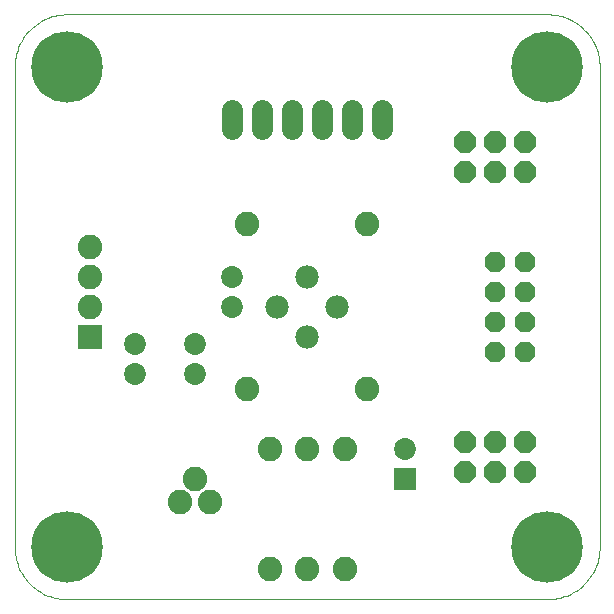
<source format=gts>
G75*
G70*
%OFA0B0*%
%FSLAX24Y24*%
%IPPOS*%
%LPD*%
%AMOC8*
5,1,8,0,0,1.08239X$1,22.5*
%
%ADD10C,0.0000*%
%ADD11OC8,0.0680*%
%ADD12OC8,0.0720*%
%ADD13C,0.0820*%
%ADD14C,0.0730*%
%ADD15R,0.0820X0.0820*%
%ADD16C,0.0780*%
%ADD17R,0.0730X0.0730*%
%ADD18C,0.2380*%
%ADD19C,0.0714*%
D10*
X001175Y002925D02*
X001175Y018925D01*
X001177Y019008D01*
X001183Y019091D01*
X001193Y019174D01*
X001207Y019256D01*
X001224Y019338D01*
X001246Y019418D01*
X001271Y019497D01*
X001300Y019575D01*
X001333Y019652D01*
X001370Y019727D01*
X001409Y019800D01*
X001453Y019871D01*
X001499Y019940D01*
X001549Y020007D01*
X001602Y020071D01*
X001658Y020133D01*
X001717Y020192D01*
X001779Y020248D01*
X001843Y020301D01*
X001910Y020351D01*
X001979Y020397D01*
X002050Y020441D01*
X002123Y020480D01*
X002198Y020517D01*
X002275Y020550D01*
X002353Y020579D01*
X002432Y020604D01*
X002512Y020626D01*
X002594Y020643D01*
X002676Y020657D01*
X002759Y020667D01*
X002842Y020673D01*
X002925Y020675D01*
X018925Y020675D01*
X019008Y020673D01*
X019091Y020667D01*
X019174Y020657D01*
X019256Y020643D01*
X019338Y020626D01*
X019418Y020604D01*
X019497Y020579D01*
X019575Y020550D01*
X019652Y020517D01*
X019727Y020480D01*
X019800Y020441D01*
X019871Y020397D01*
X019940Y020351D01*
X020007Y020301D01*
X020071Y020248D01*
X020133Y020192D01*
X020192Y020133D01*
X020248Y020071D01*
X020301Y020007D01*
X020351Y019940D01*
X020397Y019871D01*
X020441Y019800D01*
X020480Y019727D01*
X020517Y019652D01*
X020550Y019575D01*
X020579Y019497D01*
X020604Y019418D01*
X020626Y019338D01*
X020643Y019256D01*
X020657Y019174D01*
X020667Y019091D01*
X020673Y019008D01*
X020675Y018925D01*
X020675Y002925D01*
X020673Y002842D01*
X020667Y002759D01*
X020657Y002676D01*
X020643Y002594D01*
X020626Y002512D01*
X020604Y002432D01*
X020579Y002353D01*
X020550Y002275D01*
X020517Y002198D01*
X020480Y002123D01*
X020441Y002050D01*
X020397Y001979D01*
X020351Y001910D01*
X020301Y001843D01*
X020248Y001779D01*
X020192Y001717D01*
X020133Y001658D01*
X020071Y001602D01*
X020007Y001549D01*
X019940Y001499D01*
X019871Y001453D01*
X019800Y001409D01*
X019727Y001370D01*
X019652Y001333D01*
X019575Y001300D01*
X019497Y001271D01*
X019418Y001246D01*
X019338Y001224D01*
X019256Y001207D01*
X019174Y001193D01*
X019091Y001183D01*
X019008Y001177D01*
X018925Y001175D01*
X002925Y001175D01*
X002842Y001177D01*
X002759Y001183D01*
X002676Y001193D01*
X002594Y001207D01*
X002512Y001224D01*
X002432Y001246D01*
X002353Y001271D01*
X002275Y001300D01*
X002198Y001333D01*
X002123Y001370D01*
X002050Y001409D01*
X001979Y001453D01*
X001910Y001499D01*
X001843Y001549D01*
X001779Y001602D01*
X001717Y001658D01*
X001658Y001717D01*
X001602Y001779D01*
X001549Y001843D01*
X001499Y001910D01*
X001453Y001979D01*
X001409Y002050D01*
X001370Y002123D01*
X001333Y002198D01*
X001300Y002275D01*
X001271Y002353D01*
X001246Y002432D01*
X001224Y002512D01*
X001207Y002594D01*
X001193Y002676D01*
X001183Y002759D01*
X001177Y002842D01*
X001175Y002925D01*
D11*
X017175Y009425D03*
X017175Y010425D03*
X017175Y011425D03*
X017175Y012425D03*
X018175Y012425D03*
X018175Y011425D03*
X018175Y010425D03*
X018175Y009425D03*
D12*
X018175Y006425D03*
X018175Y005425D03*
X017175Y005425D03*
X016175Y005425D03*
X016175Y006425D03*
X017175Y006425D03*
X017175Y015425D03*
X016175Y015425D03*
X016175Y016425D03*
X017175Y016425D03*
X018175Y016425D03*
X018175Y015425D03*
D13*
X012925Y013675D03*
X008925Y013675D03*
X003675Y012925D03*
X003675Y011925D03*
X003675Y010925D03*
X008925Y008175D03*
X009675Y006175D03*
X010925Y006175D03*
X012175Y006175D03*
X012925Y008175D03*
X007675Y004425D03*
X007175Y005175D03*
X006675Y004425D03*
X009675Y002175D03*
X010925Y002175D03*
X012175Y002175D03*
D14*
X014175Y006175D03*
X008425Y010925D03*
X008425Y011925D03*
X007175Y009675D03*
X007175Y008675D03*
X005175Y008675D03*
X005175Y009675D03*
D15*
X003675Y009925D03*
D16*
X009925Y010925D03*
X010925Y009925D03*
X011925Y010925D03*
X010925Y011925D03*
D17*
X014175Y005175D03*
D18*
X018925Y002925D03*
X018925Y018925D03*
X002925Y018925D03*
X002925Y002925D03*
D19*
X008425Y016858D02*
X008425Y017492D01*
X009425Y017492D02*
X009425Y016858D01*
X010425Y016858D02*
X010425Y017492D01*
X011425Y017492D02*
X011425Y016858D01*
X012425Y016858D02*
X012425Y017492D01*
X013425Y017492D02*
X013425Y016858D01*
M02*

</source>
